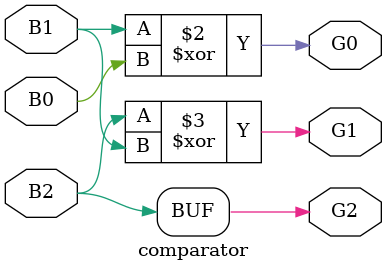
<source format=sv>
module comparator(B2,B1,B0,G2,G1,G0);
  input B2,B1,B0;
  output reg G2,G1,G0;
  
  always @(*)
    begin
      G2=0; G1=0; G0=0;
      G0 = B1 ^ B0;
      G1 = B2 ^ B1;
      G2 = B2;
    end
endmodule

</source>
